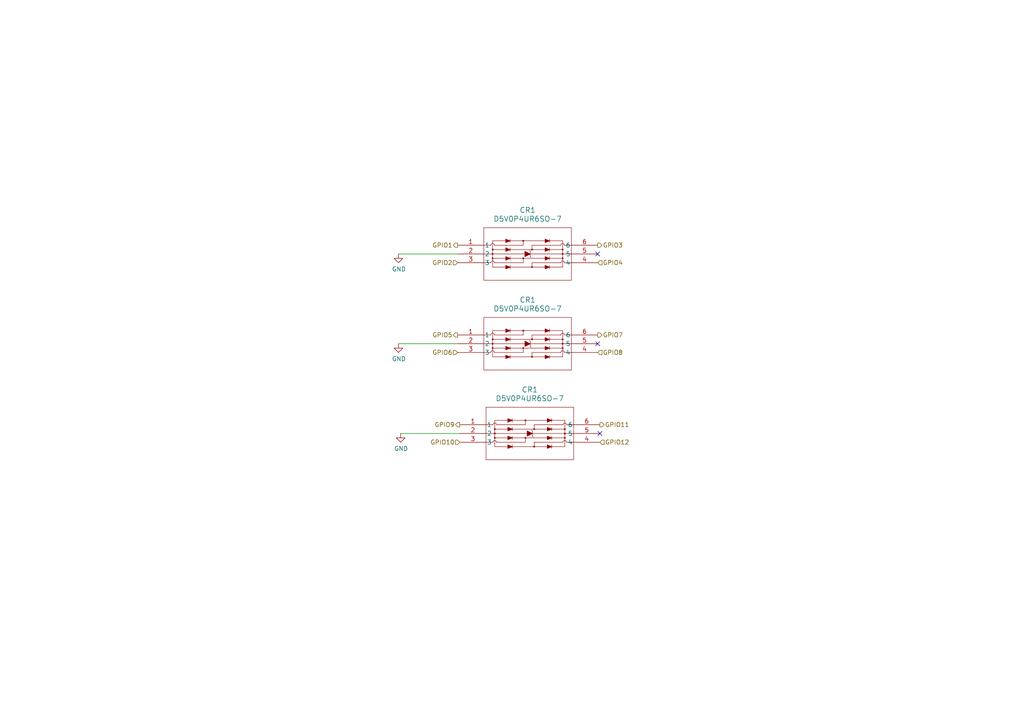
<source format=kicad_sch>
(kicad_sch (version 20230121) (generator eeschema)
  (paper "A4")
  (lib_symbols
    (symbol "power:GND" (power) (pin_names (offset 0))
      (property "Value" "GND" (at 0 -3.81 0))
      (symbol "GND_0_1"
        (polyline (pts (xy 0 0) (xy 0 -1.27) (xy 1.27 -1.27) (xy 0 -2.54) (xy -1.27 -1.27) (xy 0 -1.27)))
      )
      (symbol "GND_1_1"
        (pin power_in line (at 0 0 270) (length 0) hide (name "GND") (number "1"))
      )
    )
    (symbol "utsvt-chips:D5V0P4UR6SO-7" (pin_names (offset 0.254))
      (property "Reference" "CR" (at 20.32 10.16 0))
      (property "Value" "D5V0P4UR6SO-7" (at 20.32 7.62 0))
      (symbol "D5V0P4UR6SO-7_0_1"
        (polyline (pts (xy 7.62 -10.16) (xy 33.02 -10.16)) (stroke (width 0.127)))
        (polyline (pts (xy 7.62 -5.08) (xy 9.652 -5.08)) (stroke (width 0.127)))
        (polyline (pts (xy 7.62 -2.54) (xy 33.02 -2.54)) (stroke (width 0.127)))
        (polyline (pts (xy 7.62 0) (xy 9.652 0)) (stroke (width 0.127)))
        (polyline (pts (xy 7.62 5.08) (xy 7.62 -10.16)) (stroke (width 0.127)))
        (polyline (pts (xy 10.16 -6.35) (xy 30.48 -6.35)) (stroke (width 0.127)))
        (polyline (pts (xy 10.16 -3.81) (xy 30.48 -3.81)) (stroke (width 0.127)))
        (polyline (pts (xy 10.16 -1.27) (xy 30.48 -1.27)) (stroke (width 0.127)))
        (polyline (pts (xy 10.16 1.27) (xy 10.16 -6.35)) (stroke (width 0.127)))
        (polyline (pts (xy 10.16 1.27) (xy 30.48 1.27)) (stroke (width 0.127)))
        (polyline (pts (xy 10.668 -5.08) (xy 19.05 -5.08)) (stroke (width 0.127)))
        (polyline (pts (xy 10.668 0) (xy 19.05 0)) (stroke (width 0.127)))
        (polyline (pts (xy 13.97 -6.858) (xy 15.24 -6.35)) (stroke (width 0.127)))
        (polyline (pts (xy 13.97 -5.842) (xy 13.97 -6.858)) (stroke (width 0.127)))
        (polyline (pts (xy 13.97 -4.318) (xy 15.24 -3.81)) (stroke (width 0.127)))
        (polyline (pts (xy 13.97 -3.302) (xy 13.97 -4.318)) (stroke (width 0.127)))
        (polyline (pts (xy 13.97 -1.778) (xy 15.24 -1.27)) (stroke (width 0.127)))
        (polyline (pts (xy 13.97 -0.762) (xy 13.97 -1.778)) (stroke (width 0.127)))
        (polyline (pts (xy 13.97 0.762) (xy 15.24 1.27)) (stroke (width 0.127)))
        (polyline (pts (xy 13.97 1.778) (xy 13.97 0.762)) (stroke (width 0.127)))
        (polyline (pts (xy 15.24 -6.35) (xy 13.97 -5.842)) (stroke (width 0.127)))
        (polyline (pts (xy 15.24 -5.842) (xy 15.24 -6.858)) (stroke (width 0.127)))
        (polyline (pts (xy 15.24 -3.81) (xy 13.97 -3.302)) (stroke (width 0.127)))
        (polyline (pts (xy 15.24 -3.302) (xy 15.24 -4.318)) (stroke (width 0.127)))
        (polyline (pts (xy 15.24 -1.27) (xy 13.97 -0.762)) (stroke (width 0.127)))
        (polyline (pts (xy 15.24 -0.762) (xy 15.24 -1.778)) (stroke (width 0.127)))
        (polyline (pts (xy 15.24 1.27) (xy 13.97 1.778)) (stroke (width 0.127)))
        (polyline (pts (xy 15.24 1.778) (xy 15.24 0.762)) (stroke (width 0.127)))
        (polyline (pts (xy 19.05 -5.08) (xy 19.05 -3.81)) (stroke (width 0.127)))
        (polyline (pts (xy 19.05 0) (xy 19.05 1.27)) (stroke (width 0.127)))
        (polyline (pts (xy 19.558 -3.302) (xy 21.082 -2.54)) (stroke (width 0.127)))
        (polyline (pts (xy 19.558 -1.778) (xy 19.558 -3.302)) (stroke (width 0.127)))
        (polyline (pts (xy 19.558 -1.778) (xy 21.082 -2.54)) (stroke (width 0.127)))
        (polyline (pts (xy 21.082 -3.302) (xy 21.336 -3.556)) (stroke (width 0.127)))
        (polyline (pts (xy 21.082 -1.778) (xy 20.828 -1.524)) (stroke (width 0.127)))
        (polyline (pts (xy 21.082 -1.778) (xy 21.082 -3.302)) (stroke (width 0.127)))
        (polyline (pts (xy 21.59 -5.08) (xy 21.59 -6.35)) (stroke (width 0.127)))
        (polyline (pts (xy 21.59 0) (xy 21.59 -1.27)) (stroke (width 0.127)))
        (polyline (pts (xy 25.4 -6.858) (xy 26.67 -6.35)) (stroke (width 0.127)))
        (polyline (pts (xy 25.4 -5.842) (xy 25.4 -6.858)) (stroke (width 0.127)))
        (polyline (pts (xy 25.4 -4.318) (xy 26.67 -3.81)) (stroke (width 0.127)))
        (polyline (pts (xy 25.4 -3.302) (xy 25.4 -4.318)) (stroke (width 0.127)))
        (polyline (pts (xy 25.4 -1.778) (xy 26.67 -1.27)) (stroke (width 0.127)))
        (polyline (pts (xy 25.4 -0.762) (xy 25.4 -1.778)) (stroke (width 0.127)))
        (polyline (pts (xy 25.4 0.762) (xy 26.67 1.27)) (stroke (width 0.127)))
        (polyline (pts (xy 25.4 1.778) (xy 25.4 0.762)) (stroke (width 0.127)))
        (polyline (pts (xy 26.67 -6.35) (xy 25.4 -5.842)) (stroke (width 0.127)))
        (polyline (pts (xy 26.67 -5.842) (xy 26.67 -6.858)) (stroke (width 0.127)))
        (polyline (pts (xy 26.67 -3.81) (xy 25.4 -3.302)) (stroke (width 0.127)))
        (polyline (pts (xy 26.67 -3.302) (xy 26.67 -4.318)) (stroke (width 0.127)))
        (polyline (pts (xy 26.67 -1.27) (xy 25.4 -0.762)) (stroke (width 0.127)))
        (polyline (pts (xy 26.67 -0.762) (xy 26.67 -1.778)) (stroke (width 0.127)))
        (polyline (pts (xy 26.67 1.27) (xy 25.4 1.778)) (stroke (width 0.127)))
        (polyline (pts (xy 26.67 1.778) (xy 26.67 0.762)) (stroke (width 0.127)))
        (polyline (pts (xy 29.972 -5.08) (xy 21.59 -5.08)) (stroke (width 0.127)))
        (polyline (pts (xy 29.972 0) (xy 21.59 0)) (stroke (width 0.127)))
        (polyline (pts (xy 30.48 1.27) (xy 30.48 -6.35)) (stroke (width 0.127)))
        (polyline (pts (xy 33.02 -10.16) (xy 33.02 5.08)) (stroke (width 0.127)))
        (polyline (pts (xy 33.02 -5.08) (xy 30.988 -5.08)) (stroke (width 0.127)))
        (polyline (pts (xy 33.02 0) (xy 30.988 0)) (stroke (width 0.127)))
        (polyline (pts (xy 33.02 5.08) (xy 7.62 5.08)) (stroke (width 0.127)))
        (polyline (pts (xy 13.97 -5.842) (xy 13.97 -6.858) (xy 15.24 -6.35)) (fill (type outline)))
        (polyline (pts (xy 13.97 -3.302) (xy 13.97 -4.318) (xy 15.24 -3.81)) (fill (type outline)))
        (polyline (pts (xy 13.97 -0.762) (xy 13.97 -1.778) (xy 15.24 -1.27)) (fill (type outline)))
        (polyline (pts (xy 13.97 1.778) (xy 13.97 0.762) (xy 15.24 1.27)) (fill (type outline)))
        (polyline (pts (xy 21.082 -2.54) (xy 19.558 -3.302) (xy 19.558 -1.778)) (fill (type outline)))
        (polyline (pts (xy 25.4 -5.842) (xy 25.4 -6.858) (xy 26.67 -6.35)) (fill (type outline)))
        (polyline (pts (xy 25.4 -3.302) (xy 25.4 -4.318) (xy 26.67 -3.81)) (fill (type outline)))
        (polyline (pts (xy 25.4 -0.762) (xy 25.4 -1.778) (xy 26.67 -1.27)) (fill (type outline)))
        (polyline (pts (xy 25.4 1.778) (xy 25.4 0.762) (xy 26.67 1.27)) (fill (type outline)))
        (circle (center 10.16 -3.81) (radius 0.127) (stroke (width 0.254)))
        (circle (center 10.16 -2.54) (radius 0.127) (stroke (width 0.254)))
        (circle (center 10.16 -1.27) (radius 0.127) (stroke (width 0.254)))
        (arc (start 10.668 -5.08) (mid 10.16 -4.5742) (end 9.652 -5.08) (stroke (width 0.127)))
        (arc (start 10.668 0) (mid 10.16 0.5058) (end 9.652 0) (stroke (width 0.127)))
        (circle (center 19.05 -3.81) (radius 0.127) (stroke (width 0.254)))
        (circle (center 19.05 1.27) (radius 0.127) (stroke (width 0.254)))
        (circle (center 21.59 -6.35) (radius 0.127) (stroke (width 0.254)))
        (circle (center 21.59 -1.27) (radius 0.127) (stroke (width 0.254)))
        (circle (center 30.48 -3.81) (radius 0.127) (stroke (width 0.254)))
        (circle (center 30.48 -2.54) (radius 0.127) (stroke (width 0.254)))
        (circle (center 30.48 -1.27) (radius 0.127) (stroke (width 0.254)))
        (arc (start 30.988 -5.08) (mid 30.48 -4.5742) (end 29.972 -5.08) (stroke (width 0.127)))
        (arc (start 30.988 0) (mid 30.48 0.5058) (end 29.972 0) (stroke (width 0.127)))
        (pin input line (at 0 0 0) (length 7.62) (name "1") (number "1"))
        (pin unspecified line (at 0 -2.54 0) (length 7.62) (name "2") (number "2"))
        (pin input line (at 0 -5.08 0) (length 7.62) (name "3") (number "3"))
        (pin input line (at 40.64 -5.08 180) (length 7.62) (name "4") (number "4"))
        (pin unspecified line (at 40.64 -2.54 180) (length 7.62) (name "5") (number "5"))
        (pin input line (at 40.64 0 180) (length 7.62) (name "6") (number "6"))
      )
    )
  )
  (no_connect (at 173.99 125.73))
  (no_connect (at 173.355 99.695))
  (no_connect (at 173.355 73.66))
  (wire (pts (xy 116.205 125.73) (xy 133.35 125.73)))
  (wire (pts (xy 115.57 99.695) (xy 132.715 99.695)))
  (wire (pts (xy 115.57 73.66) (xy 132.715 73.66)))
  (hierarchical_label "GPIO7" (shape output) (at 173.355 97.155 0))
  (hierarchical_label "GPIO1" (shape output) (at 132.715 71.12 180))
  (hierarchical_label "GPIO8" (shape input) (at 173.355 102.235 0))
  (hierarchical_label "GPIO5" (shape output) (at 132.715 97.155 180))
  (hierarchical_label "GPIO12" (shape input) (at 173.99 128.27 0))
  (hierarchical_label "GPIO3" (shape output) (at 173.355 71.12 0))
  (hierarchical_label "GPIO10" (shape input) (at 133.35 128.27 180))
  (hierarchical_label "GPIO2" (shape input) (at 132.715 76.2 180))
  (hierarchical_label "GPIO11" (shape output) (at 173.99 123.19 0))
  (hierarchical_label "GPIO6" (shape input) (at 132.715 102.235 180))
  (hierarchical_label "GPIO4" (shape input) (at 173.355 76.2 0))
  (hierarchical_label "GPIO9" (shape output) (at 133.35 123.19 180))
  (symbol (lib_id "utsvt-chips:D5V0P4UR6SO-7") (at 133.35 123.19 0) (unit 1)
    (property "Reference" "CR1" (at 153.67 113.03 0) (effects (font (size 1.524 1.524))))
    (property "Value" "D5V0P4UR6SO-7" (at 153.67 115.57 0) (effects (font (size 1.524 1.524))))
    (property "Footprint" "UTSVT_ICs:SOT26_DIO" (effects hide))
    (property "Datasheet" "https://www.diodes.com/assets/Datasheets/D5V0P4UR6SO.pdf" (effects hide))
    (instances (project "LeaderSOM" (path "" (reference "CR1") (unit 1)) (path "" (reference "CR1") (unit 1)) (path "" (reference "CR5") (unit 1))) (project "BPS-PeripheralSOM" (path "" (reference "CR1") (unit 1))))
  )
  (symbol (lib_id "utsvt-chips:D5V0P4UR6SO-7") (at 132.715 97.155 0) (unit 1)
    (property "Reference" "CR1" (at 153.035 86.995 0) (effects (font (size 1.524 1.524))))
    (property "Value" "D5V0P4UR6SO-7" (at 153.035 89.535 0) (effects (font (size 1.524 1.524))))
    (property "Footprint" "UTSVT_ICs:SOT26_DIO" (effects hide))
    (property "Datasheet" "https://www.diodes.com/assets/Datasheets/D5V0P4UR6SO.pdf" (effects hide))
    (instances (project "LeaderSOM" (path "" (reference "CR1") (unit 1)) (path "" (reference "CR1") (unit 1)) (path "" (reference "CR4") (unit 1))) (project "BPS-PeripheralSOM" (path "" (reference "CR1") (unit 1))))
  )
  (symbol (lib_id "utsvt-chips:D5V0P4UR6SO-7") (at 132.715 71.12 0) (unit 1)
    (property "Reference" "CR1" (at 153.035 60.96 0) (effects (font (size 1.524 1.524))))
    (property "Value" "D5V0P4UR6SO-7" (at 153.035 63.5 0) (effects (font (size 1.524 1.524))))
    (property "Footprint" "UTSVT_ICs:SOT26_DIO" (effects hide))
    (property "Datasheet" "https://www.diodes.com/assets/Datasheets/D5V0P4UR6SO.pdf" (effects hide))
    (instances (project "LeaderSOM" (path "" (reference "CR1") (unit 1)) (path "" (reference "CR1") (unit 1)) (path "" (reference "CR3") (unit 1))) (project "BPS-PeripheralSOM" (path "" (reference "CR1") (unit 1))))
  )
  (symbol (lib_id "power:GND") (at 115.57 73.66 0) (unit 1)
    (property "Reference" "#PWR021" (effects hide))
    (property "Value" "GND" (at 115.697 78.0542 0))
    (instances (project "LeaderSOM" (path "" (reference "#PWR021") (unit 1)) (path "" (reference "#PWR024") (unit 1)) (path "" (reference "#PWR022") (unit 1))) (project "BPS-Leader" (path "" (reference "#PWR08") (unit 1))))
  )
  (symbol (lib_id "power:GND") (at 115.57 99.695 0) (unit 1)
    (property "Reference" "#PWR021" (effects hide))
    (property "Value" "GND" (at 115.697 104.0892 0))
    (instances (project "LeaderSOM" (path "" (reference "#PWR021") (unit 1)) (path "" (reference "#PWR024") (unit 1)) (path "" (reference "#PWR056") (unit 1))) (project "BPS-Leader" (path "" (reference "#PWR08") (unit 1))))
  )
  (symbol (lib_id "power:GND") (at 116.205 125.73 0) (unit 1)
    (property "Reference" "#PWR021" (effects hide))
    (property "Value" "GND" (at 116.332 130.1242 0))
    (instances (project "LeaderSOM" (path "" (reference "#PWR021") (unit 1)) (path "" (reference "#PWR024") (unit 1)) (path "" (reference "#PWR057") (unit 1))) (project "BPS-Leader" (path "" (reference "#PWR08") (unit 1))))
  )
)
</source>
